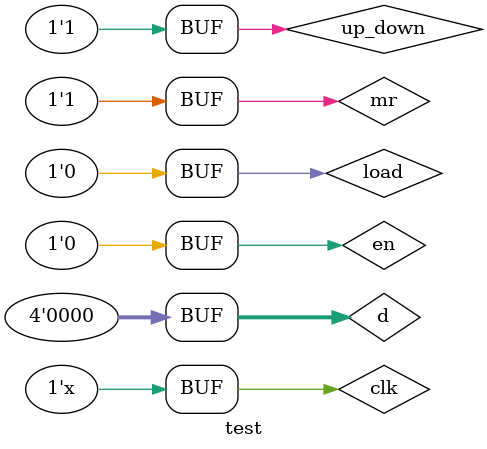
<source format=v>
`timescale 1ns / 1ps


module test;

	// Inputs
	reg mr;
	reg load;
	reg en;
	reg up_down;
	reg clk;
	reg [3:0] d;

	// Outputs
	wire [3:0] q;
	wire co;

	// Instantiate the Unit Under Test (UUT)
	kenijishuqi uut (
		.mr(mr), 
		.load(load), 
		.en(en), 
		.up_down(up_down), 
		.clk(clk), 
		.d(d), 
		.q(q), 
		.co(co)
	);

	initial begin
		// Initialize Inputs
		mr = 1;
		load = 0;
		en = 0;
		up_down = 0;
		clk = 0;
		d = 0;

		// Wait 100 ns for global reset to finish
		#100;
		mr = 0;
		load = 0;
		en = 0;
		up_down = 0;
		d = 4'b0001;
		
		#100;
		mr = 0;
		load = 1;
		en = 0;
		up_down = 0;
		d = 4'b0001;
		
		#100;
		mr = 0;
		load = 0;
		en = 1;
		up_down = 0;
		d = 4'b0000;

		#100;
		mr = 0;
		load = 1;
		en = 1;
		up_down = 0;
		d = 4'b0000;
		// Wait 100 ns for global reset to finish
		#100;
      mr = 0;
		load = 1;
		en = 1;
		up_down = 0;
		d = 4'b0000;
		// Wait 100 ns for global reset to finish
		#100;
		mr = 0;
		load = 1;
		en = 1;
		up_down = 0;
		d = 4'b0000;
		// Wait 100 ns for global reset to finish
		#100;
		mr = 0;
		load = 1;
		en = 1;
		up_down = 0;
		d = 4'b0000;
		// Wait 100 ns for global reset to finish
		#100;
		mr = 0;
		load = 1;
		en = 1;
		up_down = 0;
		d = 4'b0000;
		// Wait 100 ns for global reset to finish
		#100;
		mr = 0;
		load = 1;
		en = 1;
		up_down = 0;
		d = 4'b0000;
		// Wait 100 ns for global reset to finish
		#100;
		mr = 0;
		load = 1;
		en = 1;
		up_down = 0;
		d = 4'b0000;
		// Wait 100 ns for global reset to finish
		#100;
		mr = 0;
		load = 0;
		en = 1;
		up_down = 1;
		d = 4'b1111;
		// Wait 100 ns for global reset to finish
		#100;
		mr = 0;
		load = 1;
		en = 1;
		up_down = 1;
		d = 4'b0000;
		// Wait 100 ns for global reset to finish
		#100;
		mr = 0;
		load = 1;
		en = 1;
		up_down = 1;
		d = 4'b0000;
		// Wait 100 ns for global reset to finish
		#100;
		mr = 0;
		load = 1;
		en = 1;
		up_down = 1;
		d = 4'b0000;
		// Wait 100 ns for global reset to finish
		#100;
		mr = 0;
		load = 1;
		en = 1;
		up_down = 1;
		d = 4'b0000;
		// Wait 100 ns for global reset to finish
		#100;
		mr = 0;
		load = 1;
		en = 1;
		up_down = 1;
		d = 4'b0000;
		// Wait 100 ns for global reset to finish
		#100;
		mr = 0;
		load = 1;
		en = 1;
		up_down = 1;
		d = 4'b0000;
		// Wait 100 ns for global reset to finish
		#100;
		mr = 0;
		load = 1;
		en = 1;
		up_down = 1;
		d = 4'b0000;
		// Wait 100 ns for global reset to finish
		#100;
		mr = 0;
		load = 1;
		en = 1;
		up_down = 1;
		d = 4'b0000;
		// Wait 100 ns for global reset to finish
		#100;
		mr = 0;
		load = 1;
		en = 0;
		up_down = 1;
		d = 4'b0000;
		// Wait 100 ns for global reset to finish
		#100;
		mr = 1;
		load = 0;
		en = 0;
		up_down = 1;
		d = 4'b0000;
		// Wait 100 ns for global reset to finish
		#100;
		// Add stimulus here

	end
      always #20 begin clk = ~clk; end
endmodule


</source>
